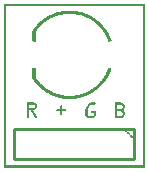
<source format=gto>
G04 MADE WITH FRITZING*
G04 WWW.FRITZING.ORG*
G04 DOUBLE SIDED*
G04 HOLES PLATED*
G04 CONTOUR ON CENTER OF CONTOUR VECTOR*
%ASAXBY*%
%FSLAX23Y23*%
%MOIN*%
%OFA0B0*%
%SFA1.0B1.0*%
%ADD10C,0.010000*%
%ADD11R,0.001000X0.001000*%
%LNSILK1*%
G90*
G70*
G54D10*
X436Y131D02*
X36Y131D01*
D02*
X36Y131D02*
X36Y31D01*
D02*
X36Y31D02*
X436Y31D01*
D02*
X436Y31D02*
X436Y131D01*
G54D11*
X1Y546D02*
X472Y546D01*
X1Y545D02*
X472Y545D01*
X1Y544D02*
X472Y544D01*
X1Y543D02*
X472Y543D01*
X1Y542D02*
X472Y542D01*
X1Y541D02*
X472Y541D01*
X1Y540D02*
X472Y540D01*
X1Y539D02*
X472Y539D01*
X1Y538D02*
X8Y538D01*
X465Y538D02*
X472Y538D01*
X1Y537D02*
X8Y537D01*
X465Y537D02*
X472Y537D01*
X1Y536D02*
X8Y536D01*
X465Y536D02*
X472Y536D01*
X1Y535D02*
X8Y535D01*
X465Y535D02*
X472Y535D01*
X1Y534D02*
X8Y534D01*
X465Y534D02*
X472Y534D01*
X1Y533D02*
X8Y533D01*
X465Y533D02*
X472Y533D01*
X1Y532D02*
X8Y532D01*
X465Y532D02*
X472Y532D01*
X1Y531D02*
X8Y531D01*
X465Y531D02*
X472Y531D01*
X1Y530D02*
X8Y530D01*
X465Y530D02*
X472Y530D01*
X1Y529D02*
X8Y529D01*
X465Y529D02*
X472Y529D01*
X1Y528D02*
X8Y528D01*
X465Y528D02*
X472Y528D01*
X1Y527D02*
X8Y527D01*
X465Y527D02*
X472Y527D01*
X1Y526D02*
X8Y526D01*
X465Y526D02*
X472Y526D01*
X1Y525D02*
X8Y525D01*
X465Y525D02*
X472Y525D01*
X1Y524D02*
X8Y524D01*
X205Y524D02*
X236Y524D01*
X465Y524D02*
X472Y524D01*
X1Y523D02*
X8Y523D01*
X197Y523D02*
X244Y523D01*
X465Y523D02*
X472Y523D01*
X1Y522D02*
X8Y522D01*
X192Y522D02*
X249Y522D01*
X465Y522D02*
X472Y522D01*
X1Y521D02*
X8Y521D01*
X187Y521D02*
X254Y521D01*
X465Y521D02*
X472Y521D01*
X1Y520D02*
X8Y520D01*
X183Y520D02*
X258Y520D01*
X465Y520D02*
X472Y520D01*
X1Y519D02*
X8Y519D01*
X180Y519D02*
X261Y519D01*
X465Y519D02*
X472Y519D01*
X1Y518D02*
X8Y518D01*
X177Y518D02*
X264Y518D01*
X465Y518D02*
X472Y518D01*
X1Y517D02*
X8Y517D01*
X174Y517D02*
X267Y517D01*
X465Y517D02*
X472Y517D01*
X1Y516D02*
X8Y516D01*
X171Y516D02*
X270Y516D01*
X465Y516D02*
X472Y516D01*
X1Y515D02*
X8Y515D01*
X168Y515D02*
X273Y515D01*
X465Y515D02*
X472Y515D01*
X1Y514D02*
X8Y514D01*
X166Y514D02*
X275Y514D01*
X465Y514D02*
X472Y514D01*
X1Y513D02*
X8Y513D01*
X163Y513D02*
X205Y513D01*
X236Y513D02*
X278Y513D01*
X465Y513D02*
X472Y513D01*
X1Y512D02*
X8Y512D01*
X161Y512D02*
X197Y512D01*
X244Y512D02*
X280Y512D01*
X465Y512D02*
X472Y512D01*
X1Y511D02*
X8Y511D01*
X159Y511D02*
X192Y511D01*
X249Y511D02*
X282Y511D01*
X465Y511D02*
X472Y511D01*
X1Y510D02*
X8Y510D01*
X157Y510D02*
X187Y510D01*
X254Y510D02*
X284Y510D01*
X465Y510D02*
X472Y510D01*
X1Y509D02*
X8Y509D01*
X155Y509D02*
X184Y509D01*
X257Y509D02*
X286Y509D01*
X465Y509D02*
X472Y509D01*
X1Y508D02*
X8Y508D01*
X153Y508D02*
X180Y508D01*
X261Y508D02*
X288Y508D01*
X465Y508D02*
X472Y508D01*
X1Y507D02*
X8Y507D01*
X151Y507D02*
X177Y507D01*
X264Y507D02*
X290Y507D01*
X465Y507D02*
X472Y507D01*
X1Y506D02*
X8Y506D01*
X149Y506D02*
X174Y506D01*
X267Y506D02*
X292Y506D01*
X465Y506D02*
X472Y506D01*
X1Y505D02*
X8Y505D01*
X147Y505D02*
X171Y505D01*
X270Y505D02*
X294Y505D01*
X465Y505D02*
X472Y505D01*
X1Y504D02*
X8Y504D01*
X146Y504D02*
X169Y504D01*
X272Y504D02*
X295Y504D01*
X465Y504D02*
X472Y504D01*
X1Y503D02*
X8Y503D01*
X144Y503D02*
X166Y503D01*
X275Y503D02*
X297Y503D01*
X465Y503D02*
X472Y503D01*
X1Y502D02*
X8Y502D01*
X142Y502D02*
X164Y502D01*
X277Y502D02*
X299Y502D01*
X465Y502D02*
X472Y502D01*
X1Y501D02*
X8Y501D01*
X141Y501D02*
X162Y501D01*
X279Y501D02*
X300Y501D01*
X465Y501D02*
X472Y501D01*
X1Y500D02*
X8Y500D01*
X139Y500D02*
X160Y500D01*
X281Y500D02*
X302Y500D01*
X465Y500D02*
X472Y500D01*
X1Y499D02*
X8Y499D01*
X138Y499D02*
X158Y499D01*
X283Y499D02*
X303Y499D01*
X465Y499D02*
X472Y499D01*
X1Y498D02*
X8Y498D01*
X136Y498D02*
X156Y498D01*
X285Y498D02*
X305Y498D01*
X465Y498D02*
X472Y498D01*
X1Y497D02*
X8Y497D01*
X135Y497D02*
X154Y497D01*
X287Y497D02*
X306Y497D01*
X465Y497D02*
X472Y497D01*
X1Y496D02*
X8Y496D01*
X134Y496D02*
X152Y496D01*
X289Y496D02*
X307Y496D01*
X465Y496D02*
X472Y496D01*
X1Y495D02*
X8Y495D01*
X132Y495D02*
X151Y495D01*
X291Y495D02*
X309Y495D01*
X465Y495D02*
X472Y495D01*
X1Y494D02*
X8Y494D01*
X131Y494D02*
X149Y494D01*
X292Y494D02*
X310Y494D01*
X465Y494D02*
X472Y494D01*
X1Y493D02*
X8Y493D01*
X130Y493D02*
X147Y493D01*
X294Y493D02*
X311Y493D01*
X465Y493D02*
X472Y493D01*
X1Y492D02*
X8Y492D01*
X128Y492D02*
X146Y492D01*
X296Y492D02*
X313Y492D01*
X465Y492D02*
X472Y492D01*
X1Y491D02*
X8Y491D01*
X127Y491D02*
X144Y491D01*
X297Y491D02*
X314Y491D01*
X465Y491D02*
X472Y491D01*
X1Y490D02*
X8Y490D01*
X126Y490D02*
X143Y490D01*
X299Y490D02*
X315Y490D01*
X465Y490D02*
X472Y490D01*
X1Y489D02*
X8Y489D01*
X125Y489D02*
X141Y489D01*
X300Y489D02*
X316Y489D01*
X465Y489D02*
X472Y489D01*
X1Y488D02*
X8Y488D01*
X124Y488D02*
X140Y488D01*
X301Y488D02*
X317Y488D01*
X465Y488D02*
X472Y488D01*
X1Y487D02*
X8Y487D01*
X123Y487D02*
X139Y487D01*
X303Y487D02*
X318Y487D01*
X465Y487D02*
X472Y487D01*
X1Y486D02*
X8Y486D01*
X121Y486D02*
X137Y486D01*
X304Y486D02*
X320Y486D01*
X465Y486D02*
X472Y486D01*
X1Y485D02*
X8Y485D01*
X120Y485D02*
X136Y485D01*
X305Y485D02*
X321Y485D01*
X465Y485D02*
X472Y485D01*
X1Y484D02*
X8Y484D01*
X119Y484D02*
X135Y484D01*
X307Y484D02*
X322Y484D01*
X465Y484D02*
X472Y484D01*
X1Y483D02*
X8Y483D01*
X118Y483D02*
X134Y483D01*
X308Y483D02*
X323Y483D01*
X465Y483D02*
X472Y483D01*
X1Y482D02*
X8Y482D01*
X117Y482D02*
X132Y482D01*
X309Y482D02*
X324Y482D01*
X465Y482D02*
X472Y482D01*
X1Y481D02*
X8Y481D01*
X116Y481D02*
X131Y481D01*
X310Y481D02*
X325Y481D01*
X465Y481D02*
X472Y481D01*
X1Y480D02*
X8Y480D01*
X115Y480D02*
X130Y480D01*
X311Y480D02*
X326Y480D01*
X465Y480D02*
X472Y480D01*
X1Y479D02*
X8Y479D01*
X114Y479D02*
X129Y479D01*
X312Y479D02*
X327Y479D01*
X465Y479D02*
X472Y479D01*
X1Y478D02*
X8Y478D01*
X113Y478D02*
X128Y478D01*
X314Y478D02*
X328Y478D01*
X465Y478D02*
X472Y478D01*
X1Y477D02*
X8Y477D01*
X112Y477D02*
X127Y477D01*
X315Y477D02*
X329Y477D01*
X465Y477D02*
X472Y477D01*
X1Y476D02*
X8Y476D01*
X111Y476D02*
X126Y476D01*
X316Y476D02*
X330Y476D01*
X465Y476D02*
X472Y476D01*
X1Y475D02*
X8Y475D01*
X111Y475D02*
X125Y475D01*
X317Y475D02*
X330Y475D01*
X465Y475D02*
X472Y475D01*
X1Y474D02*
X8Y474D01*
X110Y474D02*
X124Y474D01*
X318Y474D02*
X331Y474D01*
X465Y474D02*
X472Y474D01*
X1Y473D02*
X8Y473D01*
X109Y473D02*
X123Y473D01*
X319Y473D02*
X332Y473D01*
X465Y473D02*
X472Y473D01*
X1Y472D02*
X8Y472D01*
X108Y472D02*
X122Y472D01*
X320Y472D02*
X333Y472D01*
X465Y472D02*
X472Y472D01*
X1Y471D02*
X8Y471D01*
X107Y471D02*
X121Y471D01*
X321Y471D02*
X334Y471D01*
X465Y471D02*
X472Y471D01*
X1Y470D02*
X8Y470D01*
X106Y470D02*
X120Y470D01*
X322Y470D02*
X335Y470D01*
X465Y470D02*
X472Y470D01*
X1Y469D02*
X8Y469D01*
X106Y469D02*
X119Y469D01*
X322Y469D02*
X336Y469D01*
X465Y469D02*
X472Y469D01*
X1Y468D02*
X8Y468D01*
X105Y468D02*
X118Y468D01*
X323Y468D02*
X336Y468D01*
X465Y468D02*
X472Y468D01*
X1Y467D02*
X8Y467D01*
X104Y467D02*
X117Y467D01*
X324Y467D02*
X337Y467D01*
X465Y467D02*
X472Y467D01*
X1Y466D02*
X8Y466D01*
X103Y466D02*
X116Y466D01*
X325Y466D02*
X338Y466D01*
X465Y466D02*
X472Y466D01*
X1Y465D02*
X8Y465D01*
X102Y465D02*
X116Y465D01*
X326Y465D02*
X339Y465D01*
X465Y465D02*
X472Y465D01*
X1Y464D02*
X8Y464D01*
X102Y464D02*
X115Y464D01*
X327Y464D02*
X339Y464D01*
X465Y464D02*
X472Y464D01*
X1Y463D02*
X8Y463D01*
X101Y463D02*
X114Y463D01*
X328Y463D02*
X340Y463D01*
X465Y463D02*
X472Y463D01*
X1Y462D02*
X8Y462D01*
X100Y462D02*
X113Y462D01*
X328Y462D02*
X341Y462D01*
X465Y462D02*
X472Y462D01*
X1Y461D02*
X8Y461D01*
X100Y461D02*
X112Y461D01*
X329Y461D02*
X341Y461D01*
X465Y461D02*
X472Y461D01*
X1Y460D02*
X8Y460D01*
X99Y460D02*
X112Y460D01*
X330Y460D02*
X342Y460D01*
X465Y460D02*
X472Y460D01*
X1Y459D02*
X8Y459D01*
X98Y459D02*
X111Y459D01*
X331Y459D02*
X343Y459D01*
X465Y459D02*
X472Y459D01*
X1Y458D02*
X8Y458D01*
X98Y458D02*
X110Y458D01*
X331Y458D02*
X344Y458D01*
X465Y458D02*
X472Y458D01*
X1Y457D02*
X8Y457D01*
X97Y457D02*
X109Y457D01*
X332Y457D02*
X344Y457D01*
X465Y457D02*
X472Y457D01*
X1Y456D02*
X8Y456D01*
X97Y456D02*
X109Y456D01*
X333Y456D02*
X345Y456D01*
X465Y456D02*
X472Y456D01*
X1Y455D02*
X8Y455D01*
X97Y455D02*
X108Y455D01*
X333Y455D02*
X345Y455D01*
X465Y455D02*
X472Y455D01*
X1Y454D02*
X8Y454D01*
X97Y454D02*
X108Y454D01*
X334Y454D02*
X346Y454D01*
X465Y454D02*
X472Y454D01*
X1Y453D02*
X8Y453D01*
X97Y453D02*
X108Y453D01*
X335Y453D02*
X347Y453D01*
X465Y453D02*
X472Y453D01*
X1Y452D02*
X8Y452D01*
X97Y452D02*
X108Y452D01*
X335Y452D02*
X347Y452D01*
X465Y452D02*
X472Y452D01*
X1Y451D02*
X8Y451D01*
X97Y451D02*
X108Y451D01*
X336Y451D02*
X348Y451D01*
X465Y451D02*
X472Y451D01*
X1Y450D02*
X8Y450D01*
X97Y450D02*
X108Y450D01*
X337Y450D02*
X348Y450D01*
X465Y450D02*
X472Y450D01*
X1Y449D02*
X8Y449D01*
X97Y449D02*
X108Y449D01*
X337Y449D02*
X349Y449D01*
X465Y449D02*
X472Y449D01*
X1Y448D02*
X8Y448D01*
X97Y448D02*
X108Y448D01*
X338Y448D02*
X350Y448D01*
X465Y448D02*
X472Y448D01*
X1Y447D02*
X8Y447D01*
X97Y447D02*
X108Y447D01*
X339Y447D02*
X350Y447D01*
X465Y447D02*
X472Y447D01*
X1Y446D02*
X8Y446D01*
X97Y446D02*
X108Y446D01*
X339Y446D02*
X351Y446D01*
X465Y446D02*
X472Y446D01*
X1Y445D02*
X8Y445D01*
X97Y445D02*
X108Y445D01*
X340Y445D02*
X351Y445D01*
X465Y445D02*
X472Y445D01*
X1Y444D02*
X8Y444D01*
X97Y444D02*
X108Y444D01*
X340Y444D02*
X352Y444D01*
X465Y444D02*
X472Y444D01*
X1Y443D02*
X8Y443D01*
X97Y443D02*
X108Y443D01*
X341Y443D02*
X352Y443D01*
X465Y443D02*
X472Y443D01*
X1Y442D02*
X8Y442D01*
X97Y442D02*
X108Y442D01*
X341Y442D02*
X353Y442D01*
X465Y442D02*
X472Y442D01*
X1Y441D02*
X8Y441D01*
X97Y441D02*
X108Y441D01*
X342Y441D02*
X353Y441D01*
X465Y441D02*
X472Y441D01*
X1Y440D02*
X8Y440D01*
X97Y440D02*
X108Y440D01*
X342Y440D02*
X354Y440D01*
X465Y440D02*
X472Y440D01*
X1Y439D02*
X8Y439D01*
X97Y439D02*
X108Y439D01*
X343Y439D02*
X354Y439D01*
X465Y439D02*
X472Y439D01*
X1Y438D02*
X8Y438D01*
X97Y438D02*
X108Y438D01*
X343Y438D02*
X355Y438D01*
X465Y438D02*
X472Y438D01*
X1Y437D02*
X8Y437D01*
X97Y437D02*
X108Y437D01*
X344Y437D02*
X355Y437D01*
X465Y437D02*
X472Y437D01*
X1Y436D02*
X8Y436D01*
X97Y436D02*
X108Y436D01*
X344Y436D02*
X355Y436D01*
X465Y436D02*
X472Y436D01*
X1Y435D02*
X8Y435D01*
X97Y435D02*
X108Y435D01*
X345Y435D02*
X356Y435D01*
X465Y435D02*
X472Y435D01*
X1Y434D02*
X8Y434D01*
X97Y434D02*
X108Y434D01*
X345Y434D02*
X356Y434D01*
X465Y434D02*
X472Y434D01*
X1Y433D02*
X8Y433D01*
X97Y433D02*
X108Y433D01*
X346Y433D02*
X357Y433D01*
X465Y433D02*
X472Y433D01*
X1Y432D02*
X8Y432D01*
X97Y432D02*
X108Y432D01*
X346Y432D02*
X357Y432D01*
X465Y432D02*
X472Y432D01*
X1Y431D02*
X8Y431D01*
X97Y431D02*
X108Y431D01*
X347Y431D02*
X358Y431D01*
X465Y431D02*
X472Y431D01*
X1Y430D02*
X8Y430D01*
X97Y430D02*
X108Y430D01*
X347Y430D02*
X358Y430D01*
X465Y430D02*
X472Y430D01*
X1Y429D02*
X8Y429D01*
X97Y429D02*
X108Y429D01*
X347Y429D02*
X358Y429D01*
X465Y429D02*
X472Y429D01*
X1Y428D02*
X8Y428D01*
X97Y428D02*
X108Y428D01*
X348Y428D02*
X359Y428D01*
X465Y428D02*
X472Y428D01*
X1Y427D02*
X8Y427D01*
X97Y427D02*
X108Y427D01*
X348Y427D02*
X359Y427D01*
X465Y427D02*
X472Y427D01*
X1Y426D02*
X8Y426D01*
X97Y426D02*
X108Y426D01*
X349Y426D02*
X359Y426D01*
X465Y426D02*
X472Y426D01*
X1Y425D02*
X8Y425D01*
X97Y425D02*
X108Y425D01*
X349Y425D02*
X360Y425D01*
X465Y425D02*
X472Y425D01*
X1Y424D02*
X8Y424D01*
X97Y424D02*
X108Y424D01*
X349Y424D02*
X360Y424D01*
X465Y424D02*
X472Y424D01*
X1Y423D02*
X8Y423D01*
X97Y423D02*
X108Y423D01*
X350Y423D02*
X359Y423D01*
X465Y423D02*
X472Y423D01*
X1Y422D02*
X8Y422D01*
X98Y422D02*
X107Y422D01*
X350Y422D02*
X355Y422D01*
X465Y422D02*
X472Y422D01*
X1Y421D02*
X8Y421D01*
X350Y421D02*
X352Y421D01*
X465Y421D02*
X472Y421D01*
X1Y420D02*
X8Y420D01*
X465Y420D02*
X472Y420D01*
X1Y419D02*
X8Y419D01*
X465Y419D02*
X472Y419D01*
X1Y418D02*
X8Y418D01*
X465Y418D02*
X472Y418D01*
X1Y417D02*
X8Y417D01*
X465Y417D02*
X472Y417D01*
X1Y416D02*
X8Y416D01*
X465Y416D02*
X472Y416D01*
X1Y415D02*
X8Y415D01*
X465Y415D02*
X472Y415D01*
X1Y414D02*
X8Y414D01*
X465Y414D02*
X472Y414D01*
X1Y413D02*
X8Y413D01*
X465Y413D02*
X472Y413D01*
X1Y412D02*
X8Y412D01*
X465Y412D02*
X472Y412D01*
X1Y411D02*
X8Y411D01*
X465Y411D02*
X472Y411D01*
X1Y410D02*
X8Y410D01*
X465Y410D02*
X472Y410D01*
X1Y409D02*
X8Y409D01*
X465Y409D02*
X472Y409D01*
X1Y408D02*
X8Y408D01*
X465Y408D02*
X472Y408D01*
X1Y407D02*
X8Y407D01*
X465Y407D02*
X472Y407D01*
X1Y406D02*
X8Y406D01*
X465Y406D02*
X472Y406D01*
X1Y405D02*
X8Y405D01*
X465Y405D02*
X472Y405D01*
X1Y404D02*
X8Y404D01*
X465Y404D02*
X472Y404D01*
X1Y403D02*
X8Y403D01*
X465Y403D02*
X472Y403D01*
X1Y402D02*
X8Y402D01*
X465Y402D02*
X472Y402D01*
X1Y401D02*
X8Y401D01*
X465Y401D02*
X472Y401D01*
X1Y400D02*
X8Y400D01*
X465Y400D02*
X472Y400D01*
X1Y399D02*
X8Y399D01*
X465Y399D02*
X472Y399D01*
X1Y398D02*
X8Y398D01*
X465Y398D02*
X472Y398D01*
X1Y397D02*
X8Y397D01*
X465Y397D02*
X472Y397D01*
X1Y396D02*
X8Y396D01*
X465Y396D02*
X472Y396D01*
X1Y395D02*
X8Y395D01*
X465Y395D02*
X472Y395D01*
X1Y394D02*
X8Y394D01*
X465Y394D02*
X472Y394D01*
X1Y393D02*
X8Y393D01*
X465Y393D02*
X472Y393D01*
X1Y392D02*
X8Y392D01*
X465Y392D02*
X472Y392D01*
X1Y391D02*
X8Y391D01*
X465Y391D02*
X472Y391D01*
X1Y390D02*
X8Y390D01*
X465Y390D02*
X472Y390D01*
X1Y389D02*
X8Y389D01*
X465Y389D02*
X472Y389D01*
X1Y388D02*
X8Y388D01*
X465Y388D02*
X472Y388D01*
X1Y387D02*
X8Y387D01*
X465Y387D02*
X472Y387D01*
X1Y386D02*
X8Y386D01*
X465Y386D02*
X472Y386D01*
X1Y385D02*
X8Y385D01*
X465Y385D02*
X472Y385D01*
X1Y384D02*
X8Y384D01*
X465Y384D02*
X472Y384D01*
X1Y383D02*
X8Y383D01*
X465Y383D02*
X472Y383D01*
X1Y382D02*
X8Y382D01*
X465Y382D02*
X472Y382D01*
X1Y381D02*
X8Y381D01*
X465Y381D02*
X472Y381D01*
X1Y380D02*
X8Y380D01*
X465Y380D02*
X472Y380D01*
X1Y379D02*
X8Y379D01*
X465Y379D02*
X472Y379D01*
X1Y378D02*
X8Y378D01*
X465Y378D02*
X472Y378D01*
X1Y377D02*
X8Y377D01*
X465Y377D02*
X472Y377D01*
X1Y376D02*
X8Y376D01*
X465Y376D02*
X472Y376D01*
X1Y375D02*
X8Y375D01*
X465Y375D02*
X472Y375D01*
X1Y374D02*
X8Y374D01*
X465Y374D02*
X472Y374D01*
X1Y373D02*
X8Y373D01*
X465Y373D02*
X472Y373D01*
X1Y372D02*
X8Y372D01*
X465Y372D02*
X472Y372D01*
X1Y371D02*
X8Y371D01*
X465Y371D02*
X472Y371D01*
X1Y370D02*
X8Y370D01*
X465Y370D02*
X472Y370D01*
X1Y369D02*
X8Y369D01*
X465Y369D02*
X472Y369D01*
X1Y368D02*
X8Y368D01*
X465Y368D02*
X472Y368D01*
X1Y367D02*
X8Y367D01*
X465Y367D02*
X472Y367D01*
X1Y366D02*
X8Y366D01*
X465Y366D02*
X472Y366D01*
X1Y365D02*
X8Y365D01*
X465Y365D02*
X472Y365D01*
X1Y364D02*
X8Y364D01*
X465Y364D02*
X472Y364D01*
X1Y363D02*
X8Y363D01*
X465Y363D02*
X472Y363D01*
X1Y362D02*
X8Y362D01*
X465Y362D02*
X472Y362D01*
X1Y361D02*
X8Y361D01*
X465Y361D02*
X472Y361D01*
X1Y360D02*
X8Y360D01*
X465Y360D02*
X472Y360D01*
X1Y359D02*
X8Y359D01*
X465Y359D02*
X472Y359D01*
X1Y358D02*
X8Y358D01*
X465Y358D02*
X472Y358D01*
X1Y357D02*
X8Y357D01*
X465Y357D02*
X472Y357D01*
X1Y356D02*
X8Y356D01*
X465Y356D02*
X472Y356D01*
X1Y355D02*
X8Y355D01*
X465Y355D02*
X472Y355D01*
X1Y354D02*
X8Y354D01*
X465Y354D02*
X472Y354D01*
X1Y353D02*
X8Y353D01*
X465Y353D02*
X472Y353D01*
X1Y352D02*
X8Y352D01*
X465Y352D02*
X472Y352D01*
X1Y351D02*
X8Y351D01*
X465Y351D02*
X472Y351D01*
X1Y350D02*
X8Y350D01*
X465Y350D02*
X472Y350D01*
X1Y349D02*
X8Y349D01*
X465Y349D02*
X472Y349D01*
X1Y348D02*
X8Y348D01*
X465Y348D02*
X472Y348D01*
X1Y347D02*
X8Y347D01*
X465Y347D02*
X472Y347D01*
X1Y346D02*
X8Y346D01*
X465Y346D02*
X472Y346D01*
X1Y345D02*
X8Y345D01*
X465Y345D02*
X472Y345D01*
X1Y344D02*
X8Y344D01*
X465Y344D02*
X472Y344D01*
X1Y343D02*
X8Y343D01*
X465Y343D02*
X472Y343D01*
X1Y342D02*
X8Y342D01*
X465Y342D02*
X472Y342D01*
X1Y341D02*
X8Y341D01*
X465Y341D02*
X472Y341D01*
X1Y340D02*
X8Y340D01*
X465Y340D02*
X472Y340D01*
X1Y339D02*
X8Y339D01*
X465Y339D02*
X472Y339D01*
X1Y338D02*
X8Y338D01*
X465Y338D02*
X472Y338D01*
X1Y337D02*
X8Y337D01*
X465Y337D02*
X472Y337D01*
X1Y336D02*
X8Y336D01*
X465Y336D02*
X472Y336D01*
X1Y335D02*
X8Y335D01*
X465Y335D02*
X472Y335D01*
X1Y334D02*
X8Y334D01*
X350Y334D02*
X352Y334D01*
X465Y334D02*
X472Y334D01*
X1Y333D02*
X8Y333D01*
X350Y333D02*
X355Y333D01*
X465Y333D02*
X472Y333D01*
X1Y332D02*
X8Y332D01*
X97Y332D02*
X108Y332D01*
X350Y332D02*
X358Y332D01*
X465Y332D02*
X472Y332D01*
X1Y331D02*
X8Y331D01*
X97Y331D02*
X108Y331D01*
X349Y331D02*
X360Y331D01*
X465Y331D02*
X472Y331D01*
X1Y330D02*
X8Y330D01*
X97Y330D02*
X108Y330D01*
X349Y330D02*
X360Y330D01*
X465Y330D02*
X472Y330D01*
X1Y329D02*
X8Y329D01*
X97Y329D02*
X108Y329D01*
X349Y329D02*
X359Y329D01*
X465Y329D02*
X472Y329D01*
X1Y328D02*
X8Y328D01*
X97Y328D02*
X108Y328D01*
X348Y328D02*
X359Y328D01*
X465Y328D02*
X472Y328D01*
X1Y327D02*
X8Y327D01*
X97Y327D02*
X108Y327D01*
X348Y327D02*
X359Y327D01*
X465Y327D02*
X472Y327D01*
X1Y326D02*
X8Y326D01*
X97Y326D02*
X108Y326D01*
X347Y326D02*
X358Y326D01*
X465Y326D02*
X472Y326D01*
X1Y325D02*
X8Y325D01*
X97Y325D02*
X108Y325D01*
X347Y325D02*
X358Y325D01*
X465Y325D02*
X472Y325D01*
X1Y324D02*
X8Y324D01*
X97Y324D02*
X108Y324D01*
X347Y324D02*
X358Y324D01*
X465Y324D02*
X472Y324D01*
X1Y323D02*
X8Y323D01*
X97Y323D02*
X108Y323D01*
X346Y323D02*
X357Y323D01*
X465Y323D02*
X472Y323D01*
X1Y322D02*
X8Y322D01*
X97Y322D02*
X108Y322D01*
X346Y322D02*
X357Y322D01*
X465Y322D02*
X472Y322D01*
X1Y321D02*
X8Y321D01*
X97Y321D02*
X108Y321D01*
X345Y321D02*
X356Y321D01*
X465Y321D02*
X472Y321D01*
X1Y320D02*
X8Y320D01*
X97Y320D02*
X108Y320D01*
X345Y320D02*
X356Y320D01*
X465Y320D02*
X472Y320D01*
X1Y319D02*
X8Y319D01*
X97Y319D02*
X108Y319D01*
X344Y319D02*
X356Y319D01*
X465Y319D02*
X472Y319D01*
X1Y318D02*
X8Y318D01*
X97Y318D02*
X108Y318D01*
X344Y318D02*
X355Y318D01*
X465Y318D02*
X472Y318D01*
X1Y317D02*
X8Y317D01*
X97Y317D02*
X108Y317D01*
X343Y317D02*
X355Y317D01*
X465Y317D02*
X472Y317D01*
X1Y316D02*
X8Y316D01*
X97Y316D02*
X108Y316D01*
X343Y316D02*
X354Y316D01*
X465Y316D02*
X472Y316D01*
X1Y315D02*
X8Y315D01*
X97Y315D02*
X108Y315D01*
X342Y315D02*
X354Y315D01*
X465Y315D02*
X472Y315D01*
X1Y314D02*
X8Y314D01*
X97Y314D02*
X108Y314D01*
X342Y314D02*
X353Y314D01*
X465Y314D02*
X472Y314D01*
X1Y313D02*
X8Y313D01*
X97Y313D02*
X108Y313D01*
X341Y313D02*
X353Y313D01*
X465Y313D02*
X472Y313D01*
X1Y312D02*
X8Y312D01*
X97Y312D02*
X108Y312D01*
X341Y312D02*
X352Y312D01*
X465Y312D02*
X472Y312D01*
X1Y311D02*
X8Y311D01*
X97Y311D02*
X108Y311D01*
X340Y311D02*
X352Y311D01*
X465Y311D02*
X472Y311D01*
X1Y310D02*
X8Y310D01*
X97Y310D02*
X108Y310D01*
X340Y310D02*
X351Y310D01*
X465Y310D02*
X472Y310D01*
X1Y309D02*
X8Y309D01*
X97Y309D02*
X108Y309D01*
X339Y309D02*
X351Y309D01*
X465Y309D02*
X472Y309D01*
X1Y308D02*
X8Y308D01*
X97Y308D02*
X108Y308D01*
X339Y308D02*
X350Y308D01*
X465Y308D02*
X472Y308D01*
X1Y307D02*
X8Y307D01*
X97Y307D02*
X108Y307D01*
X338Y307D02*
X350Y307D01*
X465Y307D02*
X472Y307D01*
X1Y306D02*
X8Y306D01*
X97Y306D02*
X108Y306D01*
X337Y306D02*
X349Y306D01*
X465Y306D02*
X472Y306D01*
X1Y305D02*
X8Y305D01*
X97Y305D02*
X108Y305D01*
X337Y305D02*
X349Y305D01*
X465Y305D02*
X472Y305D01*
X1Y304D02*
X8Y304D01*
X97Y304D02*
X108Y304D01*
X336Y304D02*
X348Y304D01*
X465Y304D02*
X472Y304D01*
X1Y303D02*
X8Y303D01*
X97Y303D02*
X108Y303D01*
X336Y303D02*
X347Y303D01*
X465Y303D02*
X472Y303D01*
X1Y302D02*
X8Y302D01*
X97Y302D02*
X108Y302D01*
X335Y302D02*
X347Y302D01*
X465Y302D02*
X472Y302D01*
X1Y301D02*
X8Y301D01*
X97Y301D02*
X108Y301D01*
X334Y301D02*
X346Y301D01*
X465Y301D02*
X472Y301D01*
X1Y300D02*
X8Y300D01*
X97Y300D02*
X108Y300D01*
X334Y300D02*
X346Y300D01*
X465Y300D02*
X472Y300D01*
X1Y299D02*
X8Y299D01*
X97Y299D02*
X109Y299D01*
X333Y299D02*
X345Y299D01*
X465Y299D02*
X472Y299D01*
X1Y298D02*
X8Y298D01*
X97Y298D02*
X109Y298D01*
X332Y298D02*
X344Y298D01*
X465Y298D02*
X472Y298D01*
X1Y297D02*
X8Y297D01*
X98Y297D02*
X110Y297D01*
X331Y297D02*
X344Y297D01*
X465Y297D02*
X472Y297D01*
X1Y296D02*
X8Y296D01*
X98Y296D02*
X111Y296D01*
X331Y296D02*
X343Y296D01*
X465Y296D02*
X472Y296D01*
X1Y295D02*
X8Y295D01*
X99Y295D02*
X112Y295D01*
X330Y295D02*
X342Y295D01*
X465Y295D02*
X472Y295D01*
X1Y294D02*
X8Y294D01*
X100Y294D02*
X112Y294D01*
X329Y294D02*
X342Y294D01*
X465Y294D02*
X472Y294D01*
X1Y293D02*
X8Y293D01*
X100Y293D02*
X113Y293D01*
X328Y293D02*
X341Y293D01*
X465Y293D02*
X472Y293D01*
X1Y292D02*
X8Y292D01*
X101Y292D02*
X114Y292D01*
X328Y292D02*
X340Y292D01*
X465Y292D02*
X472Y292D01*
X1Y291D02*
X8Y291D01*
X102Y291D02*
X115Y291D01*
X327Y291D02*
X340Y291D01*
X465Y291D02*
X472Y291D01*
X1Y290D02*
X8Y290D01*
X103Y290D02*
X116Y290D01*
X326Y290D02*
X339Y290D01*
X465Y290D02*
X472Y290D01*
X1Y289D02*
X8Y289D01*
X103Y289D02*
X116Y289D01*
X325Y289D02*
X338Y289D01*
X465Y289D02*
X472Y289D01*
X1Y288D02*
X8Y288D01*
X104Y288D02*
X117Y288D01*
X324Y288D02*
X337Y288D01*
X465Y288D02*
X472Y288D01*
X1Y287D02*
X8Y287D01*
X105Y287D02*
X118Y287D01*
X324Y287D02*
X336Y287D01*
X465Y287D02*
X472Y287D01*
X1Y286D02*
X8Y286D01*
X106Y286D02*
X119Y286D01*
X323Y286D02*
X336Y286D01*
X465Y286D02*
X472Y286D01*
X1Y285D02*
X8Y285D01*
X106Y285D02*
X120Y285D01*
X322Y285D02*
X335Y285D01*
X465Y285D02*
X472Y285D01*
X1Y284D02*
X8Y284D01*
X107Y284D02*
X121Y284D01*
X321Y284D02*
X334Y284D01*
X465Y284D02*
X472Y284D01*
X1Y283D02*
X8Y283D01*
X108Y283D02*
X122Y283D01*
X320Y283D02*
X333Y283D01*
X465Y283D02*
X472Y283D01*
X1Y282D02*
X8Y282D01*
X109Y282D02*
X123Y282D01*
X319Y282D02*
X332Y282D01*
X465Y282D02*
X472Y282D01*
X1Y281D02*
X8Y281D01*
X110Y281D02*
X124Y281D01*
X318Y281D02*
X332Y281D01*
X465Y281D02*
X472Y281D01*
X1Y280D02*
X8Y280D01*
X111Y280D02*
X125Y280D01*
X317Y280D02*
X331Y280D01*
X465Y280D02*
X472Y280D01*
X1Y279D02*
X8Y279D01*
X112Y279D02*
X126Y279D01*
X316Y279D02*
X330Y279D01*
X465Y279D02*
X472Y279D01*
X1Y278D02*
X8Y278D01*
X112Y278D02*
X127Y278D01*
X315Y278D02*
X329Y278D01*
X465Y278D02*
X472Y278D01*
X1Y277D02*
X8Y277D01*
X113Y277D02*
X128Y277D01*
X314Y277D02*
X328Y277D01*
X465Y277D02*
X472Y277D01*
X1Y276D02*
X8Y276D01*
X114Y276D02*
X129Y276D01*
X313Y276D02*
X327Y276D01*
X465Y276D02*
X472Y276D01*
X1Y275D02*
X8Y275D01*
X115Y275D02*
X130Y275D01*
X312Y275D02*
X326Y275D01*
X465Y275D02*
X472Y275D01*
X1Y274D02*
X8Y274D01*
X116Y274D02*
X131Y274D01*
X310Y274D02*
X325Y274D01*
X465Y274D02*
X472Y274D01*
X1Y273D02*
X8Y273D01*
X117Y273D02*
X132Y273D01*
X309Y273D02*
X324Y273D01*
X465Y273D02*
X472Y273D01*
X1Y272D02*
X8Y272D01*
X118Y272D02*
X134Y272D01*
X308Y272D02*
X323Y272D01*
X465Y272D02*
X472Y272D01*
X1Y271D02*
X8Y271D01*
X119Y271D02*
X135Y271D01*
X307Y271D02*
X322Y271D01*
X465Y271D02*
X472Y271D01*
X1Y270D02*
X8Y270D01*
X120Y270D02*
X136Y270D01*
X306Y270D02*
X321Y270D01*
X465Y270D02*
X472Y270D01*
X1Y269D02*
X8Y269D01*
X121Y269D02*
X137Y269D01*
X304Y269D02*
X320Y269D01*
X465Y269D02*
X472Y269D01*
X1Y268D02*
X8Y268D01*
X123Y268D02*
X139Y268D01*
X303Y268D02*
X319Y268D01*
X465Y268D02*
X472Y268D01*
X1Y267D02*
X8Y267D01*
X124Y267D02*
X140Y267D01*
X302Y267D02*
X318Y267D01*
X465Y267D02*
X472Y267D01*
X1Y266D02*
X8Y266D01*
X125Y266D02*
X141Y266D01*
X300Y266D02*
X316Y266D01*
X465Y266D02*
X472Y266D01*
X1Y265D02*
X8Y265D01*
X126Y265D02*
X143Y265D01*
X299Y265D02*
X315Y265D01*
X465Y265D02*
X472Y265D01*
X1Y264D02*
X8Y264D01*
X127Y264D02*
X144Y264D01*
X297Y264D02*
X314Y264D01*
X465Y264D02*
X472Y264D01*
X1Y263D02*
X8Y263D01*
X128Y263D02*
X146Y263D01*
X296Y263D02*
X313Y263D01*
X465Y263D02*
X472Y263D01*
X1Y262D02*
X8Y262D01*
X130Y262D02*
X147Y262D01*
X294Y262D02*
X312Y262D01*
X465Y262D02*
X472Y262D01*
X1Y261D02*
X8Y261D01*
X131Y261D02*
X149Y261D01*
X293Y261D02*
X310Y261D01*
X465Y261D02*
X472Y261D01*
X1Y260D02*
X8Y260D01*
X132Y260D02*
X151Y260D01*
X291Y260D02*
X309Y260D01*
X465Y260D02*
X472Y260D01*
X1Y259D02*
X8Y259D01*
X134Y259D02*
X152Y259D01*
X289Y259D02*
X308Y259D01*
X465Y259D02*
X472Y259D01*
X1Y258D02*
X8Y258D01*
X135Y258D02*
X154Y258D01*
X288Y258D02*
X306Y258D01*
X465Y258D02*
X472Y258D01*
X1Y257D02*
X8Y257D01*
X136Y257D02*
X156Y257D01*
X286Y257D02*
X305Y257D01*
X465Y257D02*
X472Y257D01*
X1Y256D02*
X8Y256D01*
X138Y256D02*
X158Y256D01*
X284Y256D02*
X303Y256D01*
X465Y256D02*
X472Y256D01*
X1Y255D02*
X8Y255D01*
X139Y255D02*
X160Y255D01*
X282Y255D02*
X302Y255D01*
X465Y255D02*
X472Y255D01*
X1Y254D02*
X8Y254D01*
X141Y254D02*
X162Y254D01*
X280Y254D02*
X300Y254D01*
X465Y254D02*
X472Y254D01*
X1Y253D02*
X8Y253D01*
X142Y253D02*
X164Y253D01*
X278Y253D02*
X299Y253D01*
X465Y253D02*
X472Y253D01*
X1Y252D02*
X8Y252D01*
X144Y252D02*
X166Y252D01*
X275Y252D02*
X297Y252D01*
X465Y252D02*
X472Y252D01*
X1Y251D02*
X8Y251D01*
X146Y251D02*
X168Y251D01*
X273Y251D02*
X296Y251D01*
X465Y251D02*
X472Y251D01*
X1Y250D02*
X8Y250D01*
X147Y250D02*
X171Y250D01*
X270Y250D02*
X294Y250D01*
X465Y250D02*
X472Y250D01*
X1Y249D02*
X8Y249D01*
X149Y249D02*
X174Y249D01*
X268Y249D02*
X292Y249D01*
X465Y249D02*
X472Y249D01*
X1Y248D02*
X8Y248D01*
X151Y248D02*
X176Y248D01*
X265Y248D02*
X291Y248D01*
X465Y248D02*
X472Y248D01*
X1Y247D02*
X8Y247D01*
X153Y247D02*
X180Y247D01*
X262Y247D02*
X289Y247D01*
X465Y247D02*
X472Y247D01*
X1Y246D02*
X8Y246D01*
X155Y246D02*
X183Y246D01*
X258Y246D02*
X287Y246D01*
X465Y246D02*
X472Y246D01*
X1Y245D02*
X8Y245D01*
X156Y245D02*
X187Y245D01*
X255Y245D02*
X285Y245D01*
X465Y245D02*
X472Y245D01*
X1Y244D02*
X8Y244D01*
X159Y244D02*
X191Y244D01*
X250Y244D02*
X283Y244D01*
X465Y244D02*
X472Y244D01*
X1Y243D02*
X8Y243D01*
X161Y243D02*
X196Y243D01*
X245Y243D02*
X281Y243D01*
X465Y243D02*
X472Y243D01*
X1Y242D02*
X8Y242D01*
X163Y242D02*
X203Y242D01*
X238Y242D02*
X278Y242D01*
X465Y242D02*
X472Y242D01*
X1Y241D02*
X8Y241D01*
X165Y241D02*
X216Y241D01*
X225Y241D02*
X276Y241D01*
X465Y241D02*
X472Y241D01*
X1Y240D02*
X8Y240D01*
X168Y240D02*
X273Y240D01*
X465Y240D02*
X472Y240D01*
X1Y239D02*
X8Y239D01*
X170Y239D02*
X271Y239D01*
X465Y239D02*
X472Y239D01*
X1Y238D02*
X8Y238D01*
X173Y238D02*
X268Y238D01*
X465Y238D02*
X472Y238D01*
X1Y237D02*
X8Y237D01*
X176Y237D02*
X265Y237D01*
X465Y237D02*
X472Y237D01*
X1Y236D02*
X8Y236D01*
X179Y236D02*
X262Y236D01*
X465Y236D02*
X472Y236D01*
X1Y235D02*
X8Y235D01*
X183Y235D02*
X258Y235D01*
X465Y235D02*
X472Y235D01*
X1Y234D02*
X8Y234D01*
X187Y234D02*
X255Y234D01*
X465Y234D02*
X472Y234D01*
X1Y233D02*
X8Y233D01*
X191Y233D02*
X250Y233D01*
X465Y233D02*
X472Y233D01*
X1Y232D02*
X8Y232D01*
X196Y232D02*
X245Y232D01*
X465Y232D02*
X472Y232D01*
X1Y231D02*
X8Y231D01*
X203Y231D02*
X238Y231D01*
X465Y231D02*
X472Y231D01*
X1Y230D02*
X8Y230D01*
X214Y230D02*
X227Y230D01*
X465Y230D02*
X472Y230D01*
X1Y229D02*
X8Y229D01*
X465Y229D02*
X472Y229D01*
X1Y228D02*
X8Y228D01*
X465Y228D02*
X472Y228D01*
X1Y227D02*
X8Y227D01*
X465Y227D02*
X472Y227D01*
X1Y226D02*
X8Y226D01*
X465Y226D02*
X472Y226D01*
X1Y225D02*
X8Y225D01*
X465Y225D02*
X472Y225D01*
X1Y224D02*
X8Y224D01*
X465Y224D02*
X472Y224D01*
X1Y223D02*
X8Y223D01*
X465Y223D02*
X472Y223D01*
X1Y222D02*
X8Y222D01*
X465Y222D02*
X472Y222D01*
X1Y221D02*
X8Y221D01*
X465Y221D02*
X472Y221D01*
X1Y220D02*
X8Y220D01*
X465Y220D02*
X472Y220D01*
X1Y219D02*
X8Y219D01*
X465Y219D02*
X472Y219D01*
X1Y218D02*
X8Y218D01*
X79Y218D02*
X103Y218D01*
X292Y218D02*
X304Y218D01*
X372Y218D02*
X393Y218D01*
X465Y218D02*
X472Y218D01*
X1Y217D02*
X8Y217D01*
X79Y217D02*
X106Y217D01*
X289Y217D02*
X306Y217D01*
X372Y217D02*
X396Y217D01*
X465Y217D02*
X472Y217D01*
X1Y216D02*
X8Y216D01*
X79Y216D02*
X108Y216D01*
X288Y216D02*
X306Y216D01*
X372Y216D02*
X398Y216D01*
X465Y216D02*
X472Y216D01*
X1Y215D02*
X8Y215D01*
X79Y215D02*
X109Y215D01*
X287Y215D02*
X307Y215D01*
X372Y215D02*
X399Y215D01*
X465Y215D02*
X472Y215D01*
X1Y214D02*
X8Y214D01*
X79Y214D02*
X110Y214D01*
X286Y214D02*
X306Y214D01*
X372Y214D02*
X400Y214D01*
X465Y214D02*
X472Y214D01*
X1Y213D02*
X8Y213D01*
X79Y213D02*
X110Y213D01*
X285Y213D02*
X306Y213D01*
X372Y213D02*
X401Y213D01*
X465Y213D02*
X472Y213D01*
X1Y212D02*
X8Y212D01*
X79Y212D02*
X111Y212D01*
X284Y212D02*
X305Y212D01*
X372Y212D02*
X402Y212D01*
X465Y212D02*
X472Y212D01*
X1Y211D02*
X8Y211D01*
X79Y211D02*
X85Y211D01*
X104Y211D02*
X111Y211D01*
X283Y211D02*
X292Y211D01*
X372Y211D02*
X377Y211D01*
X394Y211D02*
X402Y211D01*
X465Y211D02*
X472Y211D01*
X1Y210D02*
X8Y210D01*
X79Y210D02*
X85Y210D01*
X105Y210D02*
X111Y210D01*
X283Y210D02*
X290Y210D01*
X372Y210D02*
X377Y210D01*
X396Y210D02*
X403Y210D01*
X465Y210D02*
X472Y210D01*
X1Y209D02*
X8Y209D01*
X79Y209D02*
X85Y209D01*
X106Y209D02*
X112Y209D01*
X282Y209D02*
X290Y209D01*
X372Y209D02*
X377Y209D01*
X397Y209D02*
X403Y209D01*
X465Y209D02*
X472Y209D01*
X1Y208D02*
X8Y208D01*
X79Y208D02*
X85Y208D01*
X106Y208D02*
X112Y208D01*
X191Y208D02*
X194Y208D01*
X281Y208D02*
X289Y208D01*
X372Y208D02*
X377Y208D01*
X397Y208D02*
X404Y208D01*
X465Y208D02*
X472Y208D01*
X1Y207D02*
X8Y207D01*
X79Y207D02*
X85Y207D01*
X106Y207D02*
X112Y207D01*
X190Y207D02*
X195Y207D01*
X280Y207D02*
X288Y207D01*
X372Y207D02*
X377Y207D01*
X398Y207D02*
X404Y207D01*
X465Y207D02*
X472Y207D01*
X1Y206D02*
X8Y206D01*
X79Y206D02*
X85Y206D01*
X106Y206D02*
X112Y206D01*
X190Y206D02*
X196Y206D01*
X280Y206D02*
X287Y206D01*
X372Y206D02*
X377Y206D01*
X398Y206D02*
X404Y206D01*
X465Y206D02*
X472Y206D01*
X1Y205D02*
X8Y205D01*
X79Y205D02*
X85Y205D01*
X106Y205D02*
X112Y205D01*
X190Y205D02*
X196Y205D01*
X279Y205D02*
X286Y205D01*
X372Y205D02*
X377Y205D01*
X398Y205D02*
X404Y205D01*
X465Y205D02*
X472Y205D01*
X1Y204D02*
X8Y204D01*
X79Y204D02*
X85Y204D01*
X106Y204D02*
X112Y204D01*
X190Y204D02*
X196Y204D01*
X278Y204D02*
X286Y204D01*
X372Y204D02*
X377Y204D01*
X398Y204D02*
X404Y204D01*
X465Y204D02*
X472Y204D01*
X1Y203D02*
X8Y203D01*
X79Y203D02*
X85Y203D01*
X105Y203D02*
X111Y203D01*
X190Y203D02*
X196Y203D01*
X277Y203D02*
X285Y203D01*
X372Y203D02*
X377Y203D01*
X398Y203D02*
X404Y203D01*
X465Y203D02*
X472Y203D01*
X1Y202D02*
X8Y202D01*
X79Y202D02*
X85Y202D01*
X105Y202D02*
X111Y202D01*
X190Y202D02*
X196Y202D01*
X277Y202D02*
X284Y202D01*
X372Y202D02*
X377Y202D01*
X398Y202D02*
X404Y202D01*
X465Y202D02*
X472Y202D01*
X1Y201D02*
X8Y201D01*
X79Y201D02*
X111Y201D01*
X190Y201D02*
X196Y201D01*
X276Y201D02*
X283Y201D01*
X372Y201D02*
X377Y201D01*
X398Y201D02*
X404Y201D01*
X465Y201D02*
X472Y201D01*
X1Y200D02*
X8Y200D01*
X79Y200D02*
X111Y200D01*
X190Y200D02*
X196Y200D01*
X275Y200D02*
X283Y200D01*
X372Y200D02*
X377Y200D01*
X398Y200D02*
X404Y200D01*
X465Y200D02*
X472Y200D01*
X1Y199D02*
X8Y199D01*
X79Y199D02*
X110Y199D01*
X190Y199D02*
X196Y199D01*
X275Y199D02*
X282Y199D01*
X372Y199D02*
X377Y199D01*
X397Y199D02*
X404Y199D01*
X465Y199D02*
X472Y199D01*
X1Y198D02*
X8Y198D01*
X79Y198D02*
X109Y198D01*
X190Y198D02*
X196Y198D01*
X275Y198D02*
X281Y198D01*
X372Y198D02*
X377Y198D01*
X397Y198D02*
X403Y198D01*
X465Y198D02*
X472Y198D01*
X1Y197D02*
X8Y197D01*
X79Y197D02*
X108Y197D01*
X190Y197D02*
X196Y197D01*
X274Y197D02*
X281Y197D01*
X372Y197D02*
X377Y197D01*
X396Y197D02*
X403Y197D01*
X465Y197D02*
X472Y197D01*
X1Y196D02*
X8Y196D01*
X79Y196D02*
X107Y196D01*
X190Y196D02*
X196Y196D01*
X274Y196D02*
X280Y196D01*
X372Y196D02*
X377Y196D01*
X394Y196D02*
X403Y196D01*
X465Y196D02*
X472Y196D01*
X1Y195D02*
X8Y195D01*
X79Y195D02*
X105Y195D01*
X178Y195D02*
X207Y195D01*
X274Y195D02*
X280Y195D01*
X372Y195D02*
X402Y195D01*
X465Y195D02*
X472Y195D01*
X1Y194D02*
X8Y194D01*
X79Y194D02*
X85Y194D01*
X90Y194D02*
X98Y194D01*
X177Y194D02*
X208Y194D01*
X274Y194D02*
X280Y194D01*
X372Y194D02*
X401Y194D01*
X465Y194D02*
X472Y194D01*
X1Y193D02*
X8Y193D01*
X79Y193D02*
X85Y193D01*
X91Y193D02*
X98Y193D01*
X177Y193D02*
X209Y193D01*
X274Y193D02*
X280Y193D01*
X372Y193D02*
X400Y193D01*
X465Y193D02*
X472Y193D01*
X1Y192D02*
X8Y192D01*
X79Y192D02*
X85Y192D01*
X92Y192D02*
X99Y192D01*
X177Y192D02*
X209Y192D01*
X274Y192D02*
X280Y192D01*
X372Y192D02*
X400Y192D01*
X465Y192D02*
X472Y192D01*
X1Y191D02*
X8Y191D01*
X79Y191D02*
X85Y191D01*
X92Y191D02*
X99Y191D01*
X177Y191D02*
X209Y191D01*
X274Y191D02*
X280Y191D01*
X372Y191D02*
X400Y191D01*
X465Y191D02*
X472Y191D01*
X1Y190D02*
X8Y190D01*
X79Y190D02*
X85Y190D01*
X93Y190D02*
X100Y190D01*
X177Y190D02*
X208Y190D01*
X274Y190D02*
X280Y190D01*
X372Y190D02*
X401Y190D01*
X465Y190D02*
X472Y190D01*
X1Y189D02*
X8Y189D01*
X79Y189D02*
X85Y189D01*
X94Y189D02*
X100Y189D01*
X178Y189D02*
X207Y189D01*
X274Y189D02*
X280Y189D01*
X292Y189D02*
X307Y189D01*
X372Y189D02*
X402Y189D01*
X465Y189D02*
X472Y189D01*
X1Y188D02*
X8Y188D01*
X79Y188D02*
X85Y188D01*
X94Y188D02*
X101Y188D01*
X190Y188D02*
X196Y188D01*
X274Y188D02*
X280Y188D01*
X291Y188D02*
X307Y188D01*
X372Y188D02*
X377Y188D01*
X394Y188D02*
X403Y188D01*
X465Y188D02*
X472Y188D01*
X1Y187D02*
X8Y187D01*
X79Y187D02*
X85Y187D01*
X95Y187D02*
X102Y187D01*
X190Y187D02*
X196Y187D01*
X274Y187D02*
X280Y187D01*
X291Y187D02*
X307Y187D01*
X372Y187D02*
X377Y187D01*
X396Y187D02*
X403Y187D01*
X465Y187D02*
X472Y187D01*
X1Y186D02*
X8Y186D01*
X79Y186D02*
X85Y186D01*
X95Y186D02*
X102Y186D01*
X190Y186D02*
X196Y186D01*
X274Y186D02*
X280Y186D01*
X291Y186D02*
X307Y186D01*
X372Y186D02*
X377Y186D01*
X397Y186D02*
X403Y186D01*
X465Y186D02*
X472Y186D01*
X1Y185D02*
X8Y185D01*
X79Y185D02*
X85Y185D01*
X96Y185D02*
X103Y185D01*
X190Y185D02*
X196Y185D01*
X274Y185D02*
X280Y185D01*
X291Y185D02*
X307Y185D01*
X372Y185D02*
X377Y185D01*
X397Y185D02*
X404Y185D01*
X465Y185D02*
X472Y185D01*
X1Y184D02*
X8Y184D01*
X79Y184D02*
X85Y184D01*
X96Y184D02*
X103Y184D01*
X190Y184D02*
X196Y184D01*
X274Y184D02*
X280Y184D01*
X292Y184D02*
X307Y184D01*
X372Y184D02*
X377Y184D01*
X398Y184D02*
X404Y184D01*
X465Y184D02*
X472Y184D01*
X1Y183D02*
X8Y183D01*
X79Y183D02*
X85Y183D01*
X97Y183D02*
X104Y183D01*
X190Y183D02*
X196Y183D01*
X274Y183D02*
X280Y183D01*
X293Y183D02*
X307Y183D01*
X372Y183D02*
X377Y183D01*
X398Y183D02*
X404Y183D01*
X465Y183D02*
X472Y183D01*
X1Y182D02*
X8Y182D01*
X79Y182D02*
X85Y182D01*
X98Y182D02*
X105Y182D01*
X190Y182D02*
X196Y182D01*
X274Y182D02*
X280Y182D01*
X301Y182D02*
X307Y182D01*
X372Y182D02*
X377Y182D01*
X398Y182D02*
X404Y182D01*
X465Y182D02*
X472Y182D01*
X1Y181D02*
X8Y181D01*
X79Y181D02*
X85Y181D01*
X98Y181D02*
X105Y181D01*
X190Y181D02*
X196Y181D01*
X274Y181D02*
X280Y181D01*
X301Y181D02*
X307Y181D01*
X372Y181D02*
X377Y181D01*
X398Y181D02*
X404Y181D01*
X465Y181D02*
X472Y181D01*
X1Y180D02*
X8Y180D01*
X79Y180D02*
X85Y180D01*
X99Y180D02*
X106Y180D01*
X190Y180D02*
X196Y180D01*
X274Y180D02*
X280Y180D01*
X301Y180D02*
X307Y180D01*
X372Y180D02*
X377Y180D01*
X398Y180D02*
X404Y180D01*
X465Y180D02*
X472Y180D01*
X1Y179D02*
X8Y179D01*
X79Y179D02*
X85Y179D01*
X99Y179D02*
X106Y179D01*
X190Y179D02*
X196Y179D01*
X274Y179D02*
X280Y179D01*
X301Y179D02*
X307Y179D01*
X372Y179D02*
X377Y179D01*
X398Y179D02*
X404Y179D01*
X465Y179D02*
X472Y179D01*
X1Y178D02*
X8Y178D01*
X79Y178D02*
X85Y178D01*
X100Y178D02*
X107Y178D01*
X190Y178D02*
X196Y178D01*
X274Y178D02*
X280Y178D01*
X301Y178D02*
X307Y178D01*
X372Y178D02*
X377Y178D01*
X398Y178D02*
X404Y178D01*
X465Y178D02*
X472Y178D01*
X1Y177D02*
X8Y177D01*
X79Y177D02*
X85Y177D01*
X101Y177D02*
X107Y177D01*
X190Y177D02*
X195Y177D01*
X274Y177D02*
X280Y177D01*
X301Y177D02*
X307Y177D01*
X372Y177D02*
X377Y177D01*
X398Y177D02*
X404Y177D01*
X465Y177D02*
X472Y177D01*
X1Y176D02*
X8Y176D01*
X79Y176D02*
X85Y176D01*
X101Y176D02*
X108Y176D01*
X191Y176D02*
X194Y176D01*
X274Y176D02*
X280Y176D01*
X301Y176D02*
X307Y176D01*
X372Y176D02*
X377Y176D01*
X397Y176D02*
X404Y176D01*
X465Y176D02*
X472Y176D01*
X1Y175D02*
X8Y175D01*
X79Y175D02*
X85Y175D01*
X102Y175D02*
X109Y175D01*
X274Y175D02*
X280Y175D01*
X301Y175D02*
X307Y175D01*
X372Y175D02*
X377Y175D01*
X397Y175D02*
X403Y175D01*
X465Y175D02*
X472Y175D01*
X1Y174D02*
X8Y174D01*
X79Y174D02*
X85Y174D01*
X102Y174D02*
X109Y174D01*
X274Y174D02*
X280Y174D01*
X300Y174D02*
X306Y174D01*
X372Y174D02*
X377Y174D01*
X396Y174D02*
X403Y174D01*
X465Y174D02*
X472Y174D01*
X1Y173D02*
X8Y173D01*
X79Y173D02*
X85Y173D01*
X103Y173D02*
X110Y173D01*
X274Y173D02*
X281Y173D01*
X299Y173D02*
X306Y173D01*
X372Y173D02*
X377Y173D01*
X394Y173D02*
X403Y173D01*
X465Y173D02*
X472Y173D01*
X1Y172D02*
X8Y172D01*
X79Y172D02*
X85Y172D01*
X103Y172D02*
X110Y172D01*
X275Y172D02*
X306Y172D01*
X372Y172D02*
X402Y172D01*
X465Y172D02*
X472Y172D01*
X1Y171D02*
X8Y171D01*
X79Y171D02*
X85Y171D01*
X104Y171D02*
X111Y171D01*
X275Y171D02*
X305Y171D01*
X372Y171D02*
X401Y171D01*
X465Y171D02*
X472Y171D01*
X1Y170D02*
X8Y170D01*
X79Y170D02*
X85Y170D01*
X105Y170D02*
X111Y170D01*
X276Y170D02*
X305Y170D01*
X372Y170D02*
X400Y170D01*
X465Y170D02*
X472Y170D01*
X1Y169D02*
X8Y169D01*
X79Y169D02*
X85Y169D01*
X105Y169D02*
X112Y169D01*
X277Y169D02*
X304Y169D01*
X372Y169D02*
X399Y169D01*
X465Y169D02*
X472Y169D01*
X1Y168D02*
X8Y168D01*
X79Y168D02*
X85Y168D01*
X106Y168D02*
X111Y168D01*
X278Y168D02*
X303Y168D01*
X372Y168D02*
X398Y168D01*
X465Y168D02*
X472Y168D01*
X1Y167D02*
X8Y167D01*
X80Y167D02*
X84Y167D01*
X106Y167D02*
X111Y167D01*
X279Y167D02*
X301Y167D01*
X372Y167D02*
X396Y167D01*
X465Y167D02*
X472Y167D01*
X1Y166D02*
X8Y166D01*
X81Y166D02*
X83Y166D01*
X108Y166D02*
X110Y166D01*
X281Y166D02*
X299Y166D01*
X372Y166D02*
X394Y166D01*
X465Y166D02*
X472Y166D01*
X1Y165D02*
X8Y165D01*
X465Y165D02*
X472Y165D01*
X1Y164D02*
X8Y164D01*
X465Y164D02*
X472Y164D01*
X1Y163D02*
X8Y163D01*
X465Y163D02*
X472Y163D01*
X1Y162D02*
X8Y162D01*
X465Y162D02*
X472Y162D01*
X1Y161D02*
X8Y161D01*
X465Y161D02*
X472Y161D01*
X1Y160D02*
X8Y160D01*
X465Y160D02*
X472Y160D01*
X1Y159D02*
X8Y159D01*
X465Y159D02*
X472Y159D01*
X1Y158D02*
X8Y158D01*
X465Y158D02*
X472Y158D01*
X1Y157D02*
X8Y157D01*
X465Y157D02*
X472Y157D01*
X1Y156D02*
X8Y156D01*
X465Y156D02*
X472Y156D01*
X1Y155D02*
X8Y155D01*
X465Y155D02*
X472Y155D01*
X1Y154D02*
X8Y154D01*
X465Y154D02*
X472Y154D01*
X1Y153D02*
X8Y153D01*
X465Y153D02*
X472Y153D01*
X1Y152D02*
X8Y152D01*
X465Y152D02*
X472Y152D01*
X1Y151D02*
X8Y151D01*
X465Y151D02*
X472Y151D01*
X1Y150D02*
X8Y150D01*
X465Y150D02*
X472Y150D01*
X1Y149D02*
X8Y149D01*
X465Y149D02*
X472Y149D01*
X1Y148D02*
X8Y148D01*
X465Y148D02*
X472Y148D01*
X1Y147D02*
X8Y147D01*
X465Y147D02*
X472Y147D01*
X1Y146D02*
X8Y146D01*
X465Y146D02*
X472Y146D01*
X1Y145D02*
X8Y145D01*
X465Y145D02*
X472Y145D01*
X1Y144D02*
X8Y144D01*
X465Y144D02*
X472Y144D01*
X1Y143D02*
X8Y143D01*
X465Y143D02*
X472Y143D01*
X1Y142D02*
X8Y142D01*
X465Y142D02*
X472Y142D01*
X1Y141D02*
X8Y141D01*
X465Y141D02*
X472Y141D01*
X1Y140D02*
X8Y140D01*
X465Y140D02*
X472Y140D01*
X1Y139D02*
X8Y139D01*
X465Y139D02*
X472Y139D01*
X1Y138D02*
X8Y138D01*
X465Y138D02*
X472Y138D01*
X1Y137D02*
X8Y137D01*
X465Y137D02*
X472Y137D01*
X1Y136D02*
X8Y136D01*
X465Y136D02*
X472Y136D01*
X1Y135D02*
X8Y135D01*
X465Y135D02*
X472Y135D01*
X1Y134D02*
X8Y134D01*
X465Y134D02*
X472Y134D01*
X1Y133D02*
X8Y133D01*
X465Y133D02*
X472Y133D01*
X1Y132D02*
X8Y132D01*
X403Y132D02*
X403Y132D01*
X465Y132D02*
X472Y132D01*
X1Y131D02*
X8Y131D01*
X402Y131D02*
X404Y131D01*
X465Y131D02*
X472Y131D01*
X1Y130D02*
X8Y130D01*
X401Y130D02*
X405Y130D01*
X465Y130D02*
X472Y130D01*
X1Y129D02*
X8Y129D01*
X400Y129D02*
X406Y129D01*
X465Y129D02*
X472Y129D01*
X1Y128D02*
X8Y128D01*
X401Y128D02*
X407Y128D01*
X465Y128D02*
X472Y128D01*
X1Y127D02*
X8Y127D01*
X402Y127D02*
X408Y127D01*
X465Y127D02*
X472Y127D01*
X1Y126D02*
X8Y126D01*
X403Y126D02*
X409Y126D01*
X465Y126D02*
X472Y126D01*
X1Y125D02*
X8Y125D01*
X404Y125D02*
X410Y125D01*
X465Y125D02*
X472Y125D01*
X1Y124D02*
X8Y124D01*
X405Y124D02*
X411Y124D01*
X465Y124D02*
X472Y124D01*
X1Y123D02*
X8Y123D01*
X406Y123D02*
X412Y123D01*
X465Y123D02*
X472Y123D01*
X1Y122D02*
X8Y122D01*
X407Y122D02*
X413Y122D01*
X465Y122D02*
X472Y122D01*
X1Y121D02*
X8Y121D01*
X408Y121D02*
X414Y121D01*
X465Y121D02*
X472Y121D01*
X1Y120D02*
X8Y120D01*
X409Y120D02*
X415Y120D01*
X465Y120D02*
X472Y120D01*
X1Y119D02*
X8Y119D01*
X410Y119D02*
X416Y119D01*
X465Y119D02*
X472Y119D01*
X1Y118D02*
X8Y118D01*
X411Y118D02*
X417Y118D01*
X465Y118D02*
X472Y118D01*
X1Y117D02*
X8Y117D01*
X412Y117D02*
X418Y117D01*
X465Y117D02*
X472Y117D01*
X1Y116D02*
X8Y116D01*
X413Y116D02*
X419Y116D01*
X465Y116D02*
X472Y116D01*
X1Y115D02*
X8Y115D01*
X414Y115D02*
X420Y115D01*
X465Y115D02*
X472Y115D01*
X1Y114D02*
X8Y114D01*
X416Y114D02*
X421Y114D01*
X465Y114D02*
X472Y114D01*
X1Y113D02*
X8Y113D01*
X417Y113D02*
X422Y113D01*
X465Y113D02*
X472Y113D01*
X1Y112D02*
X8Y112D01*
X418Y112D02*
X423Y112D01*
X465Y112D02*
X472Y112D01*
X1Y111D02*
X8Y111D01*
X419Y111D02*
X424Y111D01*
X465Y111D02*
X472Y111D01*
X1Y110D02*
X8Y110D01*
X420Y110D02*
X425Y110D01*
X465Y110D02*
X472Y110D01*
X1Y109D02*
X8Y109D01*
X420Y109D02*
X426Y109D01*
X465Y109D02*
X472Y109D01*
X1Y108D02*
X8Y108D01*
X421Y108D02*
X427Y108D01*
X465Y108D02*
X472Y108D01*
X1Y107D02*
X8Y107D01*
X422Y107D02*
X428Y107D01*
X465Y107D02*
X472Y107D01*
X1Y106D02*
X8Y106D01*
X423Y106D02*
X429Y106D01*
X465Y106D02*
X472Y106D01*
X1Y105D02*
X8Y105D01*
X424Y105D02*
X430Y105D01*
X465Y105D02*
X472Y105D01*
X1Y104D02*
X8Y104D01*
X425Y104D02*
X431Y104D01*
X465Y104D02*
X472Y104D01*
X1Y103D02*
X8Y103D01*
X426Y103D02*
X432Y103D01*
X465Y103D02*
X472Y103D01*
X1Y102D02*
X8Y102D01*
X427Y102D02*
X433Y102D01*
X465Y102D02*
X472Y102D01*
X1Y101D02*
X8Y101D01*
X428Y101D02*
X434Y101D01*
X465Y101D02*
X472Y101D01*
X1Y100D02*
X8Y100D01*
X429Y100D02*
X435Y100D01*
X465Y100D02*
X472Y100D01*
X1Y99D02*
X8Y99D01*
X430Y99D02*
X436Y99D01*
X465Y99D02*
X472Y99D01*
X1Y98D02*
X8Y98D01*
X431Y98D02*
X437Y98D01*
X465Y98D02*
X472Y98D01*
X1Y97D02*
X8Y97D01*
X432Y97D02*
X437Y97D01*
X465Y97D02*
X472Y97D01*
X1Y96D02*
X8Y96D01*
X433Y96D02*
X436Y96D01*
X465Y96D02*
X472Y96D01*
X1Y95D02*
X8Y95D01*
X434Y95D02*
X435Y95D01*
X465Y95D02*
X472Y95D01*
X1Y94D02*
X8Y94D01*
X465Y94D02*
X472Y94D01*
X1Y93D02*
X8Y93D01*
X465Y93D02*
X472Y93D01*
X1Y92D02*
X8Y92D01*
X465Y92D02*
X472Y92D01*
X1Y91D02*
X8Y91D01*
X465Y91D02*
X472Y91D01*
X1Y90D02*
X8Y90D01*
X465Y90D02*
X472Y90D01*
X1Y89D02*
X8Y89D01*
X465Y89D02*
X472Y89D01*
X1Y88D02*
X8Y88D01*
X465Y88D02*
X472Y88D01*
X1Y87D02*
X8Y87D01*
X465Y87D02*
X472Y87D01*
X1Y86D02*
X8Y86D01*
X465Y86D02*
X472Y86D01*
X1Y85D02*
X8Y85D01*
X465Y85D02*
X472Y85D01*
X1Y84D02*
X8Y84D01*
X465Y84D02*
X472Y84D01*
X1Y83D02*
X8Y83D01*
X465Y83D02*
X472Y83D01*
X1Y82D02*
X8Y82D01*
X465Y82D02*
X472Y82D01*
X1Y81D02*
X8Y81D01*
X465Y81D02*
X472Y81D01*
X1Y80D02*
X8Y80D01*
X465Y80D02*
X472Y80D01*
X1Y79D02*
X8Y79D01*
X465Y79D02*
X472Y79D01*
X1Y78D02*
X8Y78D01*
X465Y78D02*
X472Y78D01*
X1Y77D02*
X8Y77D01*
X465Y77D02*
X472Y77D01*
X1Y76D02*
X8Y76D01*
X465Y76D02*
X472Y76D01*
X1Y75D02*
X8Y75D01*
X465Y75D02*
X472Y75D01*
X1Y74D02*
X8Y74D01*
X465Y74D02*
X472Y74D01*
X1Y73D02*
X8Y73D01*
X465Y73D02*
X472Y73D01*
X1Y72D02*
X8Y72D01*
X465Y72D02*
X472Y72D01*
X1Y71D02*
X8Y71D01*
X465Y71D02*
X472Y71D01*
X1Y70D02*
X8Y70D01*
X465Y70D02*
X472Y70D01*
X1Y69D02*
X8Y69D01*
X465Y69D02*
X472Y69D01*
X1Y68D02*
X8Y68D01*
X465Y68D02*
X472Y68D01*
X1Y67D02*
X8Y67D01*
X465Y67D02*
X472Y67D01*
X1Y66D02*
X8Y66D01*
X465Y66D02*
X472Y66D01*
X1Y65D02*
X8Y65D01*
X465Y65D02*
X472Y65D01*
X1Y64D02*
X8Y64D01*
X465Y64D02*
X472Y64D01*
X1Y63D02*
X8Y63D01*
X465Y63D02*
X472Y63D01*
X1Y62D02*
X8Y62D01*
X465Y62D02*
X472Y62D01*
X1Y61D02*
X8Y61D01*
X465Y61D02*
X472Y61D01*
X1Y60D02*
X8Y60D01*
X465Y60D02*
X472Y60D01*
X1Y59D02*
X8Y59D01*
X465Y59D02*
X472Y59D01*
X1Y58D02*
X8Y58D01*
X465Y58D02*
X472Y58D01*
X1Y57D02*
X8Y57D01*
X465Y57D02*
X472Y57D01*
X1Y56D02*
X8Y56D01*
X465Y56D02*
X472Y56D01*
X1Y55D02*
X8Y55D01*
X465Y55D02*
X472Y55D01*
X1Y54D02*
X8Y54D01*
X465Y54D02*
X472Y54D01*
X1Y53D02*
X8Y53D01*
X465Y53D02*
X472Y53D01*
X1Y52D02*
X8Y52D01*
X465Y52D02*
X472Y52D01*
X1Y51D02*
X8Y51D01*
X465Y51D02*
X472Y51D01*
X1Y50D02*
X8Y50D01*
X465Y50D02*
X472Y50D01*
X1Y49D02*
X8Y49D01*
X465Y49D02*
X472Y49D01*
X1Y48D02*
X8Y48D01*
X465Y48D02*
X472Y48D01*
X1Y47D02*
X8Y47D01*
X465Y47D02*
X472Y47D01*
X1Y46D02*
X8Y46D01*
X465Y46D02*
X472Y46D01*
X1Y45D02*
X8Y45D01*
X465Y45D02*
X472Y45D01*
X1Y44D02*
X8Y44D01*
X465Y44D02*
X472Y44D01*
X1Y43D02*
X8Y43D01*
X465Y43D02*
X472Y43D01*
X1Y42D02*
X8Y42D01*
X465Y42D02*
X472Y42D01*
X1Y41D02*
X8Y41D01*
X465Y41D02*
X472Y41D01*
X1Y40D02*
X8Y40D01*
X465Y40D02*
X472Y40D01*
X1Y39D02*
X8Y39D01*
X465Y39D02*
X472Y39D01*
X1Y38D02*
X8Y38D01*
X465Y38D02*
X472Y38D01*
X1Y37D02*
X8Y37D01*
X465Y37D02*
X472Y37D01*
X1Y36D02*
X8Y36D01*
X465Y36D02*
X472Y36D01*
X1Y35D02*
X8Y35D01*
X465Y35D02*
X472Y35D01*
X1Y34D02*
X8Y34D01*
X465Y34D02*
X472Y34D01*
X1Y33D02*
X8Y33D01*
X465Y33D02*
X472Y33D01*
X1Y32D02*
X8Y32D01*
X465Y32D02*
X472Y32D01*
X1Y31D02*
X8Y31D01*
X465Y31D02*
X472Y31D01*
X1Y30D02*
X8Y30D01*
X465Y30D02*
X472Y30D01*
X1Y29D02*
X8Y29D01*
X465Y29D02*
X472Y29D01*
X1Y28D02*
X8Y28D01*
X465Y28D02*
X472Y28D01*
X1Y27D02*
X8Y27D01*
X465Y27D02*
X472Y27D01*
X1Y26D02*
X8Y26D01*
X465Y26D02*
X472Y26D01*
X1Y25D02*
X8Y25D01*
X465Y25D02*
X472Y25D01*
X1Y24D02*
X8Y24D01*
X465Y24D02*
X472Y24D01*
X1Y23D02*
X8Y23D01*
X465Y23D02*
X472Y23D01*
X1Y22D02*
X8Y22D01*
X465Y22D02*
X472Y22D01*
X1Y21D02*
X8Y21D01*
X465Y21D02*
X472Y21D01*
X1Y20D02*
X8Y20D01*
X465Y20D02*
X472Y20D01*
X1Y19D02*
X8Y19D01*
X465Y19D02*
X472Y19D01*
X1Y18D02*
X8Y18D01*
X465Y18D02*
X472Y18D01*
X1Y17D02*
X8Y17D01*
X465Y17D02*
X472Y17D01*
X1Y16D02*
X8Y16D01*
X465Y16D02*
X472Y16D01*
X1Y15D02*
X8Y15D01*
X465Y15D02*
X472Y15D01*
X1Y14D02*
X8Y14D01*
X465Y14D02*
X472Y14D01*
X1Y13D02*
X8Y13D01*
X465Y13D02*
X472Y13D01*
X1Y12D02*
X8Y12D01*
X465Y12D02*
X472Y12D01*
X1Y11D02*
X8Y11D01*
X465Y11D02*
X472Y11D01*
X1Y10D02*
X8Y10D01*
X465Y10D02*
X472Y10D01*
X1Y9D02*
X8Y9D01*
X465Y9D02*
X472Y9D01*
X1Y8D02*
X472Y8D01*
X1Y7D02*
X472Y7D01*
X1Y6D02*
X472Y6D01*
X1Y5D02*
X472Y5D01*
X1Y4D02*
X472Y4D01*
X1Y3D02*
X472Y3D01*
X1Y2D02*
X472Y2D01*
X1Y1D02*
X472Y1D01*
D02*
G04 End of Silk1*
M02*
</source>
